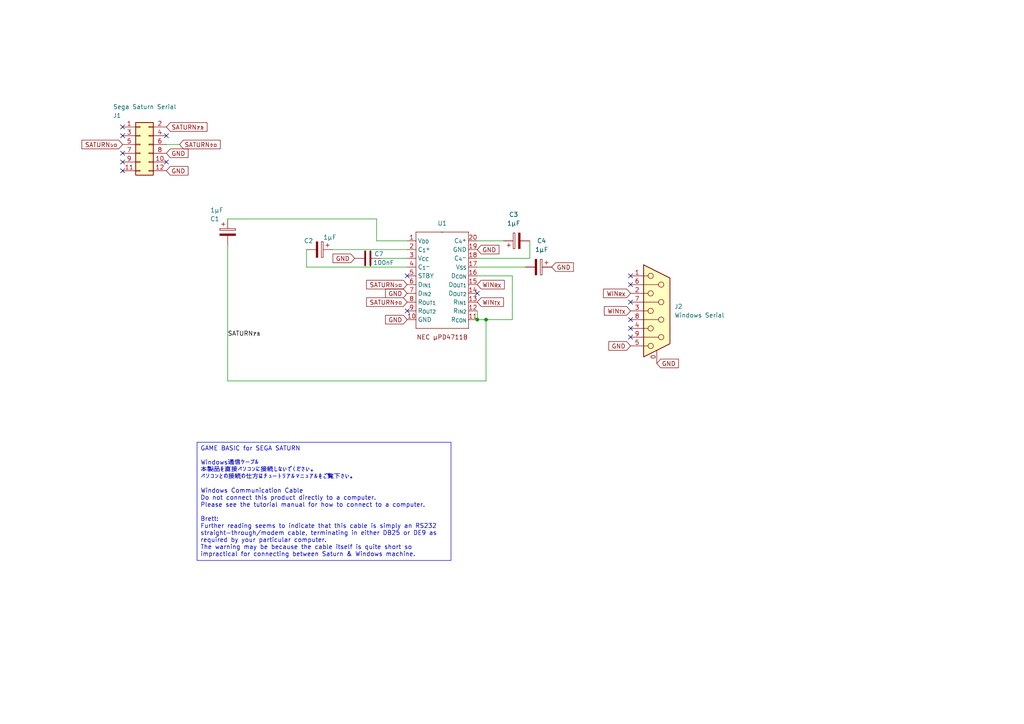
<source format=kicad_sch>
(kicad_sch (version 20250114) (generator "eeschema") (generator_version "9.0")
  (paper "A4")
  (title_block (title "Windows Communication Cable") (date "2023-10-01") (company "ASCII Corp.") (comment 3 "youtube.com/@brfff") (comment 4 "Drawn by Brett Hallen, Oct 2023"))
  (lib_symbols
    (symbol "Connector:DE9_Socket_MountingHoles" (pin_names (offset 1.016) (hide yes))
      (property "Reference" "J" (at 0 16.51 0))
      (property "Value" "DE9_Socket_MountingHoles" (at 0 14.605 0))
      (symbol "DE9_Socket_MountingHoles_0_1"
        (polyline (pts (xy -3.81 13.335) (xy -3.81 -13.335) (xy 3.81 -9.525) (xy 3.81 9.525) (xy -3.81 13.335)) (stroke (width 0.254)) (fill (type background)))
        (polyline (pts (xy -3.81 10.16) (xy -2.54 10.16)))
        (polyline (pts (xy -3.81 7.62) (xy 0.508 7.62)))
        (polyline (pts (xy -3.81 5.08) (xy -2.54 5.08)))
        (polyline (pts (xy -3.81 2.54) (xy 0.508 2.54)))
        (polyline (pts (xy -3.81 0) (xy -2.54 0)))
        (polyline (pts (xy -3.81 -2.54) (xy 0.508 -2.54)))
        (polyline (pts (xy -3.81 -5.08) (xy -2.54 -5.08)))
        (polyline (pts (xy -3.81 -7.62) (xy 0.508 -7.62)))
        (polyline (pts (xy -3.81 -10.16) (xy -2.54 -10.16)))
        (circle (center -1.778 10.16) (radius 0.762))
        (circle (center -1.778 5.08) (radius 0.762))
        (circle (center -1.778 0) (radius 0.762))
        (circle (center -1.778 -5.08) (radius 0.762))
        (circle (center -1.778 -10.16) (radius 0.762))
        (circle (center 1.27 7.62) (radius 0.762))
        (circle (center 1.27 2.54) (radius 0.762))
        (circle (center 1.27 -2.54) (radius 0.762))
        (circle (center 1.27 -7.62) (radius 0.762))
      )
      (symbol "DE9_Socket_MountingHoles_1_1"
        (pin passive line (at -7.62 10.16 0) (length 3.81) (name "1") (number "1"))
        (pin passive line (at -7.62 7.62 0) (length 3.81) (name "6") (number "6"))
        (pin passive line (at -7.62 5.08 0) (length 3.81) (name "2") (number "2"))
        (pin passive line (at -7.62 2.54 0) (length 3.81) (name "7") (number "7"))
        (pin passive line (at -7.62 0 0) (length 3.81) (name "3") (number "3"))
        (pin passive line (at -7.62 -2.54 0) (length 3.81) (name "8") (number "8"))
        (pin passive line (at -7.62 -5.08 0) (length 3.81) (name "4") (number "4"))
        (pin passive line (at -7.62 -7.62 0) (length 3.81) (name "9") (number "9"))
        (pin passive line (at -7.62 -10.16 0) (length 3.81) (name "5") (number "5"))
        (pin passive line (at 0 -15.24 90) (length 3.81) (name "PAD") (number "0"))
      )
    )
    (symbol "Connector_Generic:Conn_02x06_Odd_Even" (pin_names (offset 1.016) (hide yes))
      (property "Reference" "J" (at 1.27 7.62 0))
      (property "Value" "Conn_02x06_Odd_Even" (at 1.27 -10.16 0))
      (symbol "Conn_02x06_Odd_Even_1_1"
        (rectangle (start -1.27 6.35) (end 3.81 -8.89) (stroke (width 0.254)) (fill (type background)))
        (rectangle (start -1.27 5.207) (end 0 4.953) (stroke (width 0.1524)))
        (rectangle (start -1.27 2.667) (end 0 2.413) (stroke (width 0.1524)))
        (rectangle (start -1.27 0.127) (end 0 -0.127) (stroke (width 0.1524)))
        (rectangle (start -1.27 -2.413) (end 0 -2.667) (stroke (width 0.1524)))
        (rectangle (start -1.27 -4.953) (end 0 -5.207) (stroke (width 0.1524)))
        (rectangle (start -1.27 -7.493) (end 0 -7.747) (stroke (width 0.1524)))
        (rectangle (start 3.81 5.207) (end 2.54 4.953) (stroke (width 0.1524)))
        (rectangle (start 3.81 2.667) (end 2.54 2.413) (stroke (width 0.1524)))
        (rectangle (start 3.81 0.127) (end 2.54 -0.127) (stroke (width 0.1524)))
        (rectangle (start 3.81 -2.413) (end 2.54 -2.667) (stroke (width 0.1524)))
        (rectangle (start 3.81 -4.953) (end 2.54 -5.207) (stroke (width 0.1524)))
        (rectangle (start 3.81 -7.493) (end 2.54 -7.747) (stroke (width 0.1524)))
        (pin passive line (at -5.08 5.08 0) (length 3.81) (name "Pin_1") (number "1"))
        (pin passive line (at -5.08 2.54 0) (length 3.81) (name "Pin_3") (number "3"))
        (pin passive line (at -5.08 0 0) (length 3.81) (name "Pin_5") (number "5"))
        (pin passive line (at -5.08 -2.54 0) (length 3.81) (name "Pin_7") (number "7"))
        (pin passive line (at -5.08 -5.08 0) (length 3.81) (name "Pin_9") (number "9"))
        (pin passive line (at -5.08 -7.62 0) (length 3.81) (name "Pin_11") (number "11"))
        (pin passive line (at 7.62 5.08 180) (length 3.81) (name "Pin_2") (number "2"))
        (pin passive line (at 7.62 2.54 180) (length 3.81) (name "Pin_4") (number "4"))
        (pin passive line (at 7.62 0 180) (length 3.81) (name "Pin_6") (number "6"))
        (pin passive line (at 7.62 -2.54 180) (length 3.81) (name "Pin_8") (number "8"))
        (pin passive line (at 7.62 -5.08 180) (length 3.81) (name "Pin_10") (number "10"))
        (pin passive line (at 7.62 -7.62 180) (length 3.81) (name "Pin_12") (number "12"))
      )
    )
    (symbol "Device:C" (pin_numbers (hide yes)) (pin_names (offset 0.254))
      (property "Reference" "C" (at 0.635 2.54 0))
      (property "Value" "C" (at 0.635 -2.54 0))
      (symbol "C_0_1"
        (polyline (pts (xy -2.032 0.762) (xy 2.032 0.762)) (stroke (width 0.508)))
        (polyline (pts (xy -2.032 -0.762) (xy 2.032 -0.762)) (stroke (width 0.508)))
      )
      (symbol "C_1_1"
        (pin passive line (at 0 3.81 270) (length 2.794) (name "~") (number "1"))
        (pin passive line (at 0 -3.81 90) (length 2.794) (name "~") (number "2"))
      )
    )
    (symbol "Device:C_Polarized" (pin_numbers (hide yes)) (pin_names (offset 0.254))
      (property "Reference" "C" (at 0.635 2.54 0))
      (property "Value" "C_Polarized" (at 0.635 -2.54 0))
      (symbol "C_Polarized_0_1"
        (rectangle (start -2.286 0.508) (end 2.286 1.016))
        (polyline (pts (xy -1.778 2.286) (xy -0.762 2.286)))
        (polyline (pts (xy -1.27 2.794) (xy -1.27 1.778)))
        (rectangle (start 2.286 -0.508) (end -2.286 -1.016) (fill (type outline)))
      )
      (symbol "C_Polarized_1_1"
        (pin passive line (at 0 3.81 270) (length 2.794) (name "~") (number "1"))
        (pin passive line (at 0 -3.81 90) (length 2.794) (name "~") (number "2"))
      )
    )
    (symbol "cluelessengineer:D4711BG"
      (property "Reference" "U" (at 0 15.24 0))
      (symbol "D4711BG_0_1"
        (rectangle (start -7.62 12.7) (end -7.62 -15.24))
        (rectangle (start -7.62 12.7) (end 7.62 12.7))
        (rectangle (start -7.62 -15.24) (end 7.62 -15.24))
        (rectangle (start 7.62 12.7) (end 7.62 12.7))
        (rectangle (start 7.62 12.7) (end 7.62 -15.24))
        (rectangle (start 7.62 -15.24) (end 7.62 -15.24))
      )
      (symbol "D4711BG_1_1"
        (text "NEC μPD4711B" (at 0 -17.78 0) (effects (font (size 1.27 1.27))))
        (pin power_out line (at -10.16 10.16 0) (length 2.54) (name "V_{DD}") (number "1"))
        (pin input line (at -10.16 7.62 0) (length 2.54) (name "C_{1}^{+}") (number "2"))
        (pin power_in line (at -10.16 5.08 0) (length 2.54) (name "V_{CC}") (number "3"))
        (pin input line (at -10.16 2.54 0) (length 2.54) (name "C_{1}^{-}") (number "4"))
        (pin input line (at -10.16 0 0) (length 2.54) (name "STBY") (number "5"))
        (pin input line (at -10.16 -2.54 0) (length 2.54) (name "D_{IN1}") (number "6"))
        (pin input line (at -10.16 -5.08 0) (length 2.54) (name "D_{IN2}") (number "7"))
        (pin output line (at -10.16 -7.62 0) (length 2.54) (name "R_{OUT1}") (number "8"))
        (pin output line (at -10.16 -10.16 0) (length 2.54) (name "R_{OUT2}") (number "9"))
        (pin power_in line (at -10.16 -12.7 0) (length 2.54) (name "GND") (number "10"))
        (pin input line (at 10.16 10.16 180) (length 2.54) (name "C_{4}^{+}") (number "20"))
        (pin power_in line (at 10.16 7.62 180) (length 2.54) (name "GND") (number "19"))
        (pin input line (at 10.16 5.08 180) (length 2.54) (name "C_{4}^{-}") (number "18"))
        (pin power_out line (at 10.16 2.54 180) (length 2.54) (name "V_{SS}") (number "17"))
        (pin input line (at 10.16 0 180) (length 2.54) (name "D_{CON}") (number "16"))
        (pin output line (at 10.16 -2.54 180) (length 2.54) (name "D_{OUT1}") (number "15"))
        (pin output line (at 10.16 -5.08 180) (length 2.54) (name "D_{OUT2}") (number "14"))
        (pin input line (at 10.16 -7.62 180) (length 2.54) (name "R_{IN1}") (number "13"))
        (pin input line (at 10.16 -10.16 180) (length 2.54) (name "R_{IN2}") (number "12"))
        (pin input line (at 10.16 -12.7 180) (length 2.54) (name "R_{CON}") (number "11"))
      )
    )
  )
  (text_box "GAME BASIC for SEGA SATURN\n\nWindows通信ケーブル\n本製品を直接パソコンに接続しないでください。\nパソコンとの接続の仕方はチュートリアルマニュアルをご覧下さい。\n\nWindows Communication Cable\nDo not connect this product directly to a computer.\nPlease see the tutorial manual for how to connect to a computer.\n\nBrett: \nFurther reading seems to indicate that this cable is simply an RS232 straight-through/modem cable, terminating in either DB25 or DE9 as required by your particular computer.\nThe warning may be because the cable itself is quite short so impractical for connecting between Saturn & Windows machine." (at 57.15 128.27 0) (size 73.66 34.29) (margins 0.9525 0.9525 0.9525 0.9525) (effects (font (size 1.27 1.27)) (justify left top)))
  (junction (at 138.43 92.71))
  (junction (at 140.97 92.71))
  (no_connect (at 182.88 97.79))
  (no_connect (at 182.88 95.25))
  (no_connect (at 118.11 90.17))
  (no_connect (at 35.56 36.83))
  (no_connect (at 182.88 87.63))
  (no_connect (at 182.88 82.55))
  (no_connect (at 138.43 85.09))
  (no_connect (at 35.56 39.37))
  (no_connect (at 35.56 49.53))
  (no_connect (at 35.56 44.45))
  (no_connect (at 182.88 80.01))
  (no_connect (at 35.56 46.99))
  (no_connect (at 182.88 92.71))
  (no_connect (at 118.11 80.01))
  (no_connect (at 48.26 39.37))
  (no_connect (at 48.26 46.99))
  (wire (pts (xy 138.43 74.93) (xy 153.67 74.93)))
  (wire (pts (xy 88.9 77.47) (xy 118.11 77.47)))
  (wire (pts (xy 148.59 92.71) (xy 140.97 92.71)))
  (wire (pts (xy 109.22 63.5) (xy 66.04 63.5)))
  (wire (pts (xy 138.43 92.71) (xy 140.97 92.71)))
  (wire (pts (xy 66.04 71.12) (xy 66.04 110.49)))
  (wire (pts (xy 148.59 80.01) (xy 148.59 92.71)))
  (wire (pts (xy 140.97 92.71) (xy 140.97 110.49)))
  (wire (pts (xy 138.43 80.01) (xy 148.59 80.01)))
  (wire (pts (xy 48.26 41.91) (xy 52.07 41.91)))
  (wire (pts (xy 96.52 72.39) (xy 118.11 72.39)))
  (wire (pts (xy 138.43 77.47) (xy 152.4 77.47)))
  (wire (pts (xy 118.11 69.85) (xy 109.22 69.85)))
  (wire (pts (xy 88.9 72.39) (xy 88.9 77.47)))
  (wire (pts (xy 138.43 69.85) (xy 146.05 69.85)))
  (wire (pts (xy 138.43 90.17) (xy 138.43 92.71)))
  (wire (pts (xy 140.97 110.49) (xy 66.04 110.49)))
  (wire (pts (xy 109.22 69.85) (xy 109.22 63.5)))
  (wire (pts (xy 153.67 74.93) (xy 153.67 69.85)))
  (wire (pts (xy 110.49 74.93) (xy 118.11 74.93)))
  (label "SATURN_{アカ}" (at 66.04 97.79 0))
  (global_label "SATURN_{シロ}" (shape input) (at 118.11 82.55 180) (property "Intersheetrefs" "${INTERSHEET_REFS}" (effects (hide yes))))
  (global_label "WIN_{RX}" (shape input) (at 138.43 82.55 0) (property "Intersheetrefs" "${INTERSHEET_REFS}" (effects (hide yes))))
  (global_label "WIN_{TX}" (shape input) (at 138.43 87.63 0) (property "Intersheetrefs" "${INTERSHEET_REFS}" (effects (hide yes))))
  (global_label "GND" (shape input) (at 190.5 105.41 0) (property "Intersheetrefs" "${INTERSHEET_REFS}" (effects (hide yes))))
  (global_label "GND" (shape input) (at 48.26 44.45 0) (property "Intersheetrefs" "${INTERSHEET_REFS}" (effects (hide yes))))
  (global_label "GND" (shape input) (at 118.11 92.71 180) (property "Intersheetrefs" "${INTERSHEET_REFS}" (effects (hide yes))))
  (global_label "SATURN_{クロ}" (shape input) (at 52.07 41.91 0) (property "Intersheetrefs" "${INTERSHEET_REFS}" (effects (hide yes))))
  (global_label "WIN_{TX}" (shape input) (at 182.88 90.17 180) (property "Intersheetrefs" "${INTERSHEET_REFS}" (effects (hide yes))))
  (global_label "GND" (shape input) (at 118.11 85.09 180) (property "Intersheetrefs" "${INTERSHEET_REFS}" (effects (hide yes))))
  (global_label "GND" (shape input) (at 138.43 72.39 0) (property "Intersheetrefs" "${INTERSHEET_REFS}" (effects (hide yes))))
  (global_label "GND" (shape input) (at 182.88 100.33 180) (property "Intersheetrefs" "${INTERSHEET_REFS}" (effects (hide yes))))
  (global_label "SATURN_{シロ}" (shape input) (at 35.56 41.91 180) (property "Intersheetrefs" "${INTERSHEET_REFS}" (effects (hide yes))))
  (global_label "WIN_{RX}" (shape input) (at 182.88 85.09 180) (property "Intersheetrefs" "${INTERSHEET_REFS}" (effects (hide yes))))
  (global_label "GND" (shape input) (at 102.87 74.93 180) (property "Intersheetrefs" "${INTERSHEET_REFS}" (effects (hide yes))))
  (global_label "GND" (shape input) (at 48.26 49.53 0) (property "Intersheetrefs" "${INTERSHEET_REFS}" (effects (hide yes))))
  (global_label "SATURN_{アカ}" (shape input) (at 48.26 36.83 0) (property "Intersheetrefs" "${INTERSHEET_REFS}" (effects (hide yes))))
  (global_label "SATURN_{クロ}" (shape input) (at 118.11 87.63 180) (property "Intersheetrefs" "${INTERSHEET_REFS}" (effects (hide yes))))
  (global_label "GND" (shape input) (at 160.02 77.47 0) (property "Intersheetrefs" "${INTERSHEET_REFS}" (effects (hide yes))))
  (symbol (lib_id "Connector_Generic:Conn_02x06_Odd_Even") (at 40.64 41.91 0) (unit 1)
    (property "Reference" "J1" (at 32.766 33.528 0) (effects (justify left)))
    (property "Value" "Sega Saturn Serial" (at 32.766 30.988 0) (effects (justify left)))
  )
  (symbol (lib_id "cluelessengineer:D4711BG") (at 128.27 80.01 0) (unit 1)
    (property "Reference" "U1" (at 128.27 64.77 0))
    (property "Value" "~" (at 128.27 67.31 0))
  )
  (symbol (lib_id "Device:C_Polarized") (at 66.04 67.31 0) (unit 1)
    (property "Reference" "C1" (at 60.96 63.5 0) (effects (justify left)))
    (property "Value" "1µF" (at 60.96 60.96 0) (effects (justify left)))
  )
  (symbol (lib_id "Connector:DE9_Socket_MountingHoles") (at 190.5 90.17 0) (unit 1)
    (property "Reference" "J2" (at 195.58 88.8999 0) (effects (justify left)))
    (property "Value" "Windows Serial" (at 195.58 91.4399 0) (effects (justify left)))
    (property "Description" "9-pin D-SUB connector, socket (female), Mounting Hole" (effects (hide yes)))
  )
  (symbol (lib_id "Device:C_Polarized") (at 149.86 69.85 90) (unit 1)
    (property "Reference" "C3" (at 148.971 62.23 90))
    (property "Value" "1µF" (at 148.971 64.77 90))
  )
  (symbol (lib_id "Device:C_Polarized") (at 156.21 77.47 270) (unit 1)
    (property "Reference" "C4" (at 157.099 69.85 90))
    (property "Value" "1µF" (at 157.099 72.39 90))
  )
  (symbol (lib_id "Device:C") (at 106.68 74.93 270) (unit 1)
    (property "Reference" "C7" (at 111.252 73.66 90) (effects (justify right)))
    (property "Value" "100nF" (at 114.3 76.2 90) (effects (justify right)))
  )
  (symbol (lib_id "Device:C_Polarized") (at 92.71 72.39 270) (unit 1)
    (property "Reference" "C2" (at 88.138 69.85 90) (effects (justify left)))
    (property "Value" "1µF" (at 93.726 68.834 90) (effects (justify left)))
  )
)
</source>
